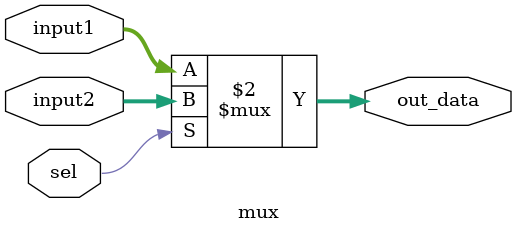
<source format=v>
module mux(
  input   [31:0]    input1,
  input   [31:0]    input2,
  input             sel,
  output  [31:0]    out_data
);

  assign  out_data = (sel == 0) ? input1 : input2;

endmodule
</source>
